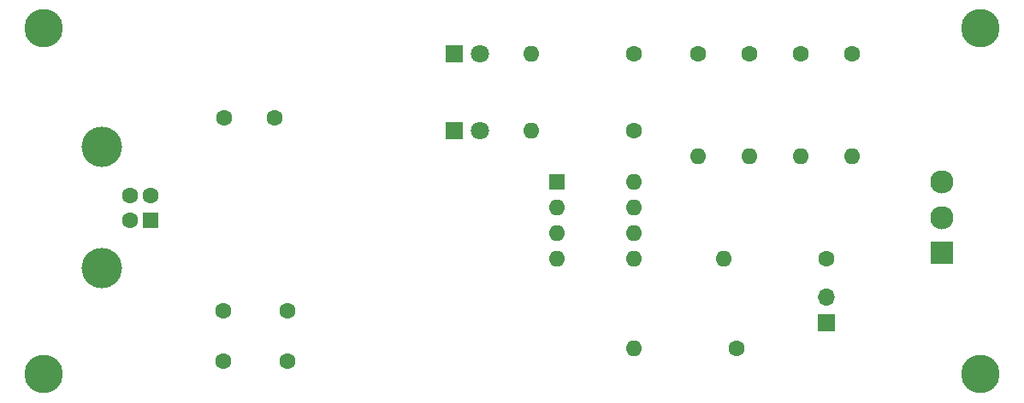
<source format=gbr>
%TF.GenerationSoftware,KiCad,Pcbnew,7.0.10*%
%TF.CreationDate,2024-01-22T13:30:55+09:00*%
%TF.ProjectId,RS485_Converter,52533438-355f-4436-9f6e-766572746572,1.0*%
%TF.SameCoordinates,Original*%
%TF.FileFunction,Soldermask,Bot*%
%TF.FilePolarity,Negative*%
%FSLAX46Y46*%
G04 Gerber Fmt 4.6, Leading zero omitted, Abs format (unit mm)*
G04 Created by KiCad (PCBNEW 7.0.10) date 2024-01-22 13:30:55*
%MOMM*%
%LPD*%
G01*
G04 APERTURE LIST*
%ADD10C,1.600000*%
%ADD11O,1.600000X1.600000*%
%ADD12C,3.800000*%
%ADD13R,1.800000X1.800000*%
%ADD14C,1.800000*%
%ADD15R,1.600000X1.600000*%
%ADD16C,4.000000*%
%ADD17R,2.300000X2.300000*%
%ADD18C,2.300000*%
%ADD19R,1.700000X1.700000*%
%ADD20O,1.700000X1.700000*%
G04 APERTURE END LIST*
D10*
%TO.C,R1*%
X165100000Y-82550000D03*
D11*
X165100000Y-92710000D03*
%TD*%
D12*
%TO.C,REF\u002A\u002A*%
X187960000Y-80010000D03*
%TD*%
D10*
%TO.C,C1*%
X113030000Y-107990000D03*
X113030000Y-112990000D03*
%TD*%
D13*
%TO.C,D1*%
X135890000Y-82550000D03*
D14*
X138430000Y-82550000D03*
%TD*%
D10*
%TO.C,R8*%
X172720000Y-102870000D03*
D11*
X162560000Y-102870000D03*
%TD*%
D15*
%TO.C,U3*%
X146050000Y-95250000D03*
D11*
X146050000Y-97790000D03*
X146050000Y-100330000D03*
X146050000Y-102870000D03*
X153670000Y-102870000D03*
X153670000Y-100330000D03*
X153670000Y-97790000D03*
X153670000Y-95250000D03*
%TD*%
D15*
%TO.C,J1*%
X105847500Y-99040000D03*
D10*
X105847500Y-96540000D03*
X103847500Y-96540000D03*
X103847500Y-99040000D03*
D16*
X100987500Y-103790000D03*
X100987500Y-91790000D03*
%TD*%
D17*
%TO.C,J4*%
X184150000Y-102250000D03*
D18*
X184150000Y-98750000D03*
X184150000Y-95250000D03*
%TD*%
D10*
%TO.C,C3*%
X113110000Y-88900000D03*
X118110000Y-88900000D03*
%TD*%
D13*
%TO.C,D2*%
X135890000Y-90170000D03*
D14*
X138430000Y-90170000D03*
%TD*%
D19*
%TO.C,J3*%
X172720000Y-109220000D03*
D20*
X172720000Y-106680000D03*
%TD*%
D10*
%TO.C,R6*%
X153670000Y-82550000D03*
D11*
X143510000Y-82550000D03*
%TD*%
D12*
%TO.C,REF\u002A\u002A*%
X95250000Y-80010000D03*
%TD*%
%TO.C,REF\u002A\u002A*%
X187960000Y-114300000D03*
%TD*%
%TO.C,REF\u002A\u002A*%
X95250000Y-114300000D03*
%TD*%
D10*
%TO.C,C2*%
X119380000Y-108030000D03*
X119380000Y-113030000D03*
%TD*%
%TO.C,R4*%
X175260000Y-82550000D03*
D11*
X175260000Y-92710000D03*
%TD*%
D10*
%TO.C,R7*%
X153670000Y-90170000D03*
D11*
X143510000Y-90170000D03*
%TD*%
D10*
%TO.C,R2*%
X170180000Y-82550000D03*
D11*
X170180000Y-92710000D03*
%TD*%
D10*
%TO.C,R5*%
X163830000Y-111760000D03*
D11*
X153670000Y-111760000D03*
%TD*%
D10*
%TO.C,R3*%
X160020000Y-82550000D03*
D11*
X160020000Y-92710000D03*
%TD*%
M02*

</source>
